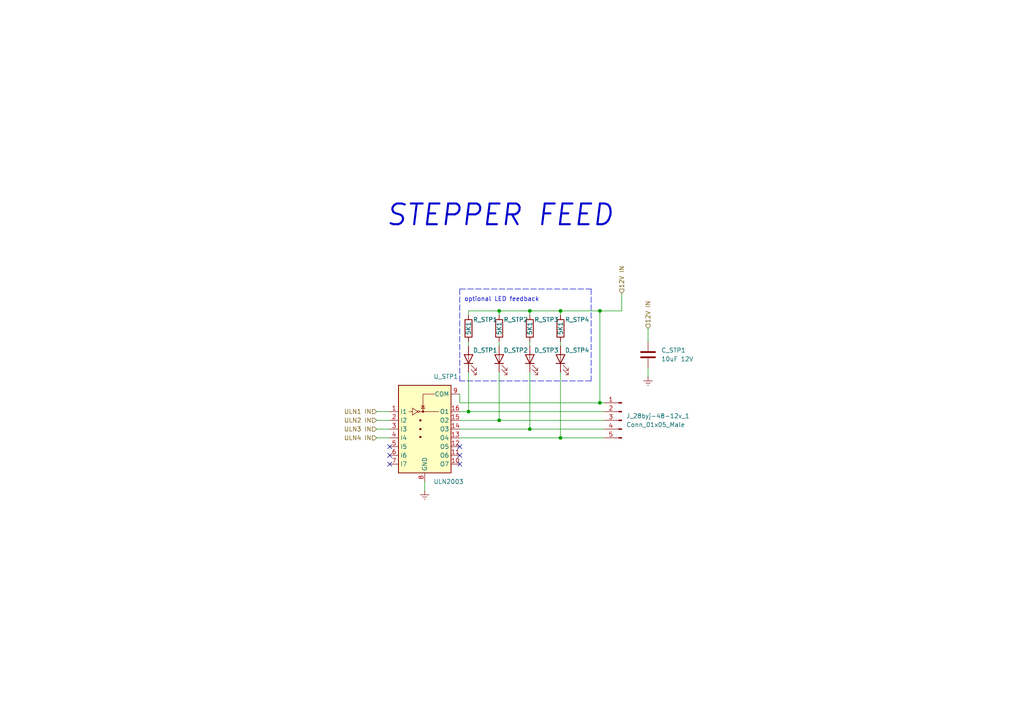
<source format=kicad_sch>
(kicad_sch (version 20211123) (generator eeschema)
  (paper "A4")
  (title_block (title "E-TKT v1.0") (date "2022-09-29") (rev "4") (company "Andrei Speridiao"))
  (lib_symbols
    (symbol "Connector:Conn_01x05_Male" (pin_names (offset 1.016) hide)
      (property "Reference" "J" (at 0 7.62 0))
      (property "Value" "Conn_01x05_Male" (at 0 -7.62 0))
      (symbol "Conn_01x05_Male_1_1"
        (polyline (pts (xy 1.27 -5.08) (xy 0.8636 -5.08)) (stroke (width 0.1524)))
        (polyline (pts (xy 1.27 -2.54) (xy 0.8636 -2.54)) (stroke (width 0.1524)))
        (polyline (pts (xy 1.27 0) (xy 0.8636 0)) (stroke (width 0.1524)))
        (polyline (pts (xy 1.27 2.54) (xy 0.8636 2.54)) (stroke (width 0.1524)))
        (polyline (pts (xy 1.27 5.08) (xy 0.8636 5.08)) (stroke (width 0.1524)))
        (rectangle (start 0.8636 -4.953) (end 0 -5.207) (stroke (width 0.1524)) (fill (type outline)))
        (rectangle (start 0.8636 -2.413) (end 0 -2.667) (stroke (width 0.1524)) (fill (type outline)))
        (rectangle (start 0.8636 0.127) (end 0 -0.127) (stroke (width 0.1524)) (fill (type outline)))
        (rectangle (start 0.8636 2.667) (end 0 2.413) (stroke (width 0.1524)) (fill (type outline)))
        (rectangle (start 0.8636 5.207) (end 0 4.953) (stroke (width 0.1524)) (fill (type outline)))
        (pin passive line (at 5.08 5.08 180) (length 3.81) (name "Pin_1") (number "1"))
        (pin passive line (at 5.08 2.54 180) (length 3.81) (name "Pin_2") (number "2"))
        (pin passive line (at 5.08 0 180) (length 3.81) (name "Pin_3") (number "3"))
        (pin passive line (at 5.08 -2.54 180) (length 3.81) (name "Pin_4") (number "4"))
        (pin passive line (at 5.08 -5.08 180) (length 3.81) (name "Pin_5") (number "5"))
      )
    )
    (symbol "Device:C" (pin_numbers hide) (pin_names (offset 0.254))
      (property "Reference" "C" (at 0.635 2.54 0))
      (property "Value" "C" (at 0.635 -2.54 0))
      (symbol "C_0_1"
        (polyline (pts (xy -2.032 -0.762) (xy 2.032 -0.762)) (stroke (width 0.508)))
        (polyline (pts (xy -2.032 0.762) (xy 2.032 0.762)) (stroke (width 0.508)))
      )
      (symbol "C_1_1"
        (pin passive line (at 0 3.81 270) (length 2.794) (name "~") (number "1"))
        (pin passive line (at 0 -3.81 90) (length 2.794) (name "~") (number "2"))
      )
    )
    (symbol "Device:LED" (pin_numbers hide) (pin_names (offset 1.016) hide)
      (property "Reference" "D" (at 0 2.54 0))
      (property "Value" "LED" (at 0 -2.54 0))
      (symbol "LED_0_1"
        (polyline (pts (xy -1.27 -1.27) (xy -1.27 1.27)) (stroke (width 0.254)))
        (polyline (pts (xy -1.27 0) (xy 1.27 0)))
        (polyline (pts (xy 1.27 -1.27) (xy 1.27 1.27) (xy -1.27 0) (xy 1.27 -1.27)) (stroke (width 0.254)))
        (polyline (pts (xy -3.048 -0.762) (xy -4.572 -2.286) (xy -3.81 -2.286) (xy -4.572 -2.286) (xy -4.572 -1.524)))
        (polyline (pts (xy -1.778 -0.762) (xy -3.302 -2.286) (xy -2.54 -2.286) (xy -3.302 -2.286) (xy -3.302 -1.524)))
      )
      (symbol "LED_1_1"
        (pin passive line (at -3.81 0 0) (length 2.54) (name "K") (number "1"))
        (pin passive line (at 3.81 0 180) (length 2.54) (name "A") (number "2"))
      )
    )
    (symbol "Device:R" (pin_numbers hide) (pin_names (offset 0))
      (property "Reference" "R" (at 2.032 0 90))
      (property "Value" "R" (at 0 0 90))
      (symbol "R_0_1"
        (rectangle (start -1.016 -2.54) (end 1.016 2.54) (stroke (width 0.254)))
      )
      (symbol "R_1_1"
        (pin passive line (at 0 3.81 270) (length 1.27) (name "~") (number "1"))
        (pin passive line (at 0 -3.81 90) (length 1.27) (name "~") (number "2"))
      )
    )
    (symbol "Transistor_Array:ULN2003"
      (property "Reference" "U" (at 0 15.875 0))
      (property "Value" "ULN2003" (at 0 13.97 0))
      (symbol "ULN2003_0_1"
        (rectangle (start -7.62 -12.7) (end 7.62 12.7) (stroke (width 0.254)) (fill (type background)))
        (circle (center -1.778 5.08) (radius 0.254))
        (circle (center -1.27 -2.286) (radius 0.254) (fill (type outline)))
        (circle (center -1.27 0) (radius 0.254) (fill (type outline)))
        (circle (center -1.27 2.54) (radius 0.254) (fill (type outline)))
        (circle (center -0.508 5.08) (radius 0.254) (fill (type outline)))
        (polyline (pts (xy -4.572 5.08) (xy -3.556 5.08)))
        (polyline (pts (xy -1.524 5.08) (xy 4.064 5.08)))
        (polyline (pts (xy 0 6.731) (xy -1.016 6.731)))
        (polyline (pts (xy -0.508 5.08) (xy -0.508 10.16) (xy 2.921 10.16)))
        (polyline (pts (xy -3.556 6.096) (xy -3.556 4.064) (xy -2.032 5.08) (xy -3.556 6.096)))
        (polyline (pts (xy 0 5.969) (xy -1.016 5.969) (xy -0.508 6.731) (xy 0 5.969)))
      )
      (symbol "ULN2003_1_1"
        (pin input line (at -10.16 5.08 0) (length 2.54) (name "I1") (number "1"))
        (pin open_collector line (at 10.16 -10.16 180) (length 2.54) (name "O7") (number "10"))
        (pin open_collector line (at 10.16 -7.62 180) (length 2.54) (name "O6") (number "11"))
        (pin open_collector line (at 10.16 -5.08 180) (length 2.54) (name "O5") (number "12"))
        (pin open_collector line (at 10.16 -2.54 180) (length 2.54) (name "O4") (number "13"))
        (pin open_collector line (at 10.16 0 180) (length 2.54) (name "O3") (number "14"))
        (pin open_collector line (at 10.16 2.54 180) (length 2.54) (name "O2") (number "15"))
        (pin open_collector line (at 10.16 5.08 180) (length 2.54) (name "O1") (number "16"))
        (pin input line (at -10.16 2.54 0) (length 2.54) (name "I2") (number "2"))
        (pin input line (at -10.16 0 0) (length 2.54) (name "I3") (number "3"))
        (pin input line (at -10.16 -2.54 0) (length 2.54) (name "I4") (number "4"))
        (pin input line (at -10.16 -5.08 0) (length 2.54) (name "I5") (number "5"))
        (pin input line (at -10.16 -7.62 0) (length 2.54) (name "I6") (number "6"))
        (pin input line (at -10.16 -10.16 0) (length 2.54) (name "I7") (number "7"))
        (pin power_in line (at 0 -15.24 90) (length 2.54) (name "GND") (number "8"))
        (pin passive line (at 10.16 10.16 180) (length 2.54) (name "COM") (number "9"))
      )
    )
    (symbol "power:GNDREF" (power) (pin_names (offset 0))
      (property "Value" "GNDREF" (at 0 -3.81 0))
      (symbol "GNDREF_0_1"
        (polyline (pts (xy -0.635 -1.905) (xy 0.635 -1.905)))
        (polyline (pts (xy -0.127 -2.54) (xy 0.127 -2.54)))
        (polyline (pts (xy 0 -1.27) (xy 0 0)))
        (polyline (pts (xy 1.27 -1.27) (xy -1.27 -1.27)))
      )
      (symbol "GNDREF_1_1"
        (pin power_in line (at 0 0 270) (length 0) hide (name "GNDREF") (number "1"))
      )
    )
  )
  (junction (at 144.78 121.92))
  (junction (at 153.67 90.17))
  (junction (at 144.78 90.17))
  (junction (at 173.99 116.84))
  (junction (at 162.56 90.17))
  (junction (at 153.67 124.46))
  (junction (at 173.99 90.17))
  (junction (at 135.89 119.38))
  (junction (at 162.56 127))
  (no_connect (at 133.35 132.08))
  (no_connect (at 113.03 134.62))
  (no_connect (at 133.35 129.54))
  (no_connect (at 113.03 132.08))
  (no_connect (at 133.35 134.62))
  (no_connect (at 113.03 129.54))
  (wire (pts (xy 133.35 119.38) (xy 135.89 119.38)))
  (wire (pts (xy 135.89 91.44) (xy 135.89 90.17)))
  (wire (pts (xy 109.22 119.38) (xy 113.03 119.38)))
  (wire (pts (xy 109.22 127) (xy 113.03 127)))
  (wire (pts (xy 153.67 90.17) (xy 162.56 90.17)))
  (wire (pts (xy 162.56 90.17) (xy 162.56 91.44)))
  (wire (pts (xy 144.78 107.95) (xy 144.78 121.92)))
  (wire (pts (xy 153.67 124.46) (xy 153.67 107.95)))
  (wire (pts (xy 144.78 90.17) (xy 144.78 91.44)))
  (wire (pts (xy 133.35 116.84) (xy 173.99 116.84)))
  (wire (pts (xy 187.96 109.22) (xy 187.96 106.68)))
  (wire (pts (xy 153.67 124.46) (xy 175.26 124.46)))
  (wire (pts (xy 135.89 99.06) (xy 135.89 100.33)))
  (wire (pts (xy 109.22 121.92) (xy 113.03 121.92)))
  (wire (pts (xy 135.89 90.17) (xy 144.78 90.17)))
  (wire (pts (xy 133.35 121.92) (xy 144.78 121.92)))
  (wire (pts (xy 109.22 124.46) (xy 113.03 124.46)))
  (wire (pts (xy 135.89 119.38) (xy 135.89 107.95)))
  (wire (pts (xy 162.56 99.06) (xy 162.56 100.33)))
  (wire (pts (xy 135.89 119.38) (xy 175.26 119.38)))
  (wire (pts (xy 144.78 99.06) (xy 144.78 100.33)))
  (wire (pts (xy 133.35 114.3) (xy 133.35 116.84)))
  (wire (pts (xy 162.56 127) (xy 162.56 107.95)))
  (wire (pts (xy 153.67 90.17) (xy 153.67 91.44)))
  (polyline (pts (xy 133.35 83.82) (xy 171.45 83.82)))
  (wire (pts (xy 133.35 124.46) (xy 153.67 124.46)))
  (wire (pts (xy 162.56 90.17) (xy 173.99 90.17)))
  (wire (pts (xy 173.99 90.17) (xy 173.99 116.84)))
  (wire (pts (xy 180.34 90.17) (xy 173.99 90.17)))
  (wire (pts (xy 162.56 127) (xy 175.26 127)))
  (wire (pts (xy 144.78 121.92) (xy 175.26 121.92)))
  (wire (pts (xy 173.99 116.84) (xy 175.26 116.84)))
  (polyline (pts (xy 171.45 110.49) (xy 133.35 110.49)))
  (wire (pts (xy 123.19 139.7) (xy 123.19 142.24)))
  (wire (pts (xy 153.67 99.06) (xy 153.67 100.33)))
  (polyline (pts (xy 171.45 83.82) (xy 171.45 110.49)))
  (wire (pts (xy 144.78 90.17) (xy 153.67 90.17)))
  (wire (pts (xy 133.35 127) (xy 162.56 127)))
  (wire (pts (xy 187.96 95.25) (xy 187.96 99.06)))
  (polyline (pts (xy 133.35 83.82) (xy 133.35 110.49)))
  (wire (pts (xy 180.34 85.09) (xy 180.34 90.17)))
  (text "optional LED feedback" (at 134.62 87.63 0) (effects (font (size 1.27 1.27)) (justify left bottom)))
  (text "STEPPER FEED" (at 111.76 66.04 0) (effects (font (size 6 6) (thickness 0.6) bold italic) (justify left bottom)))
  (hierarchical_label "ULN1 IN" (shape input) (at 109.22 119.38 180))
  (hierarchical_label "12V IN" (shape input) (at 180.34 85.09 90))
  (hierarchical_label "ULN3 IN" (shape input) (at 109.22 124.46 180))
  (hierarchical_label "ULN2 IN" (shape input) (at 109.22 121.92 180))
  (hierarchical_label "ULN4 IN" (shape input) (at 109.22 127 180))
  (hierarchical_label "12V IN" (shape input) (at 187.96 95.25 90))
  (symbol (lib_id "Device:LED") (at 162.56 104.14 90) (unit 1)
    (property "Reference" "D_STP4" (at 163.83 101.6 90) (effects (justify right)))
    (property "Value" "LED white" (effects hide))
    (property "Footprint" "LED_SMD:LED_0603_1608Metric_Pad1.05x0.95mm_HandSolder" (effects hide))
    (property "Datasheet" "https://br.mouser.com/datasheet/2/348/smld12-e-1874545.pdf" (effects hide))
    (property "#" "SMLD12WBN1W1" (effects hide))
    (property "Description" "LED output" (effects hide))
    (property "Group" "28BYJ-48 12V" (effects hide))
    (property "Mouser" "OK" (effects hide))
  )
  (symbol (lib_id "power:GNDREF") (at 187.96 109.22 0) (unit 1)
    (property "Reference" "#PWR0169" (effects hide))
    (property "Value" "GNDREF" (effects hide))
  )
  (symbol (lib_id "power:GNDREF") (at 123.19 142.24 0) (unit 1)
    (property "Reference" "#PWR0115" (effects hide))
    (property "Value" "GNDREF" (effects hide))
  )
  (symbol (lib_id "Device:R") (at 153.67 95.25 0) (unit 1)
    (property "Reference" "R_STP3" (at 154.94 92.7099 0) (effects (justify left)))
    (property "Value" "5K1" (at 153.67 95.25 90))
    (property "Footprint" "Resistor_SMD:R_0603_1608Metric_Pad0.98x0.95mm_HandSolder" (effects hide))
    (property "Datasheet" "https://br.mouser.com/datasheet/2/54/cr-1858361.pdf" (effects hide))
    (property "#" "ERJ-3EKF5101V" (effects hide))
    (property "Description" "LED resistor" (effects hide))
    (property "Group" "28BYJ-48 12V" (effects hide))
    (property "Obs" "wes" (effects hide))
    (property "Mouser" "OK" (effects hide))
  )
  (symbol (lib_id "Device:LED") (at 144.78 104.14 90) (unit 1)
    (property "Reference" "D_STP2" (at 146.05 101.6 90) (effects (justify right)))
    (property "Value" "LED white" (effects hide))
    (property "Footprint" "LED_SMD:LED_0603_1608Metric_Pad1.05x0.95mm_HandSolder" (effects hide))
    (property "Datasheet" "https://br.mouser.com/datasheet/2/348/smld12-e-1874545.pdf" (effects hide))
    (property "#" "SMLD12WBN1W1" (effects hide))
    (property "Description" "LED output" (effects hide))
    (property "Group" "28BYJ-48 12V" (effects hide))
    (property "Mouser" "OK" (effects hide))
  )
  (symbol (lib_id "Device:R") (at 162.56 95.25 0) (unit 1)
    (property "Reference" "R_STP4" (at 163.83 92.7099 0) (effects (justify left)))
    (property "Value" "5K1" (at 162.56 95.25 90))
    (property "Footprint" "Resistor_SMD:R_0603_1608Metric_Pad0.98x0.95mm_HandSolder" (effects hide))
    (property "Datasheet" "https://br.mouser.com/datasheet/2/54/cr-1858361.pdf" (effects hide))
    (property "#" "ERJ-3EKF5101V" (effects hide))
    (property "Description" "LED resistor" (effects hide))
    (property "Group" "28BYJ-48 12V" (effects hide))
    (property "Obs" "wes" (effects hide))
    (property "Mouser" "OK" (effects hide))
  )
  (symbol (lib_id "Device:LED") (at 153.67 104.14 90) (unit 1)
    (property "Reference" "D_STP3" (at 154.94 101.6 90) (effects (justify right)))
    (property "Value" "LED white" (effects hide))
    (property "Footprint" "LED_SMD:LED_0603_1608Metric_Pad1.05x0.95mm_HandSolder" (effects hide))
    (property "Datasheet" "https://br.mouser.com/datasheet/2/348/smld12-e-1874545.pdf" (effects hide))
    (property "#" "SMLD12WBN1W1" (effects hide))
    (property "Description" "LED output" (effects hide))
    (property "Group" "28BYJ-48 12V" (effects hide))
    (property "Mouser" "OK" (effects hide))
  )
  (symbol (lib_id "Device:R") (at 135.89 95.25 0) (unit 1)
    (property "Reference" "R_STP1" (at 137.16 92.71 0) (effects (justify left)))
    (property "Value" "5K1" (at 135.89 95.25 90))
    (property "Footprint" "Resistor_SMD:R_0603_1608Metric_Pad0.98x0.95mm_HandSolder" (effects hide))
    (property "Datasheet" "https://br.mouser.com/datasheet/2/54/cr-1858361.pdf" (effects hide))
    (property "#" "ERJ-3EKF5101V" (effects hide))
    (property "Description" "LED resistor" (effects hide))
    (property "Group" "28BYJ-48 12V" (effects hide))
    (property "Obs" "wes" (effects hide))
    (property "Mouser" "OK" (effects hide))
  )
  (symbol (lib_id "Connector:Conn_01x05_Male") (at 180.34 121.92 0) (mirror y) (unit 1)
    (property "Reference" "J_28byj-48-12v_1" (at 181.61 120.6499 0) (effects (justify right)))
    (property "Value" "Conn_01x05_Male" (at 181.61 123.1899 0) (effects (justify right)))
    (property "Footprint" "Connector_PinHeader_2.54mm:PinHeader_1x05_P2.54mm_Vertical" (effects hide))
    (property "Datasheet" "https://br.mouser.com/datasheet/2/181/M20-999-1218971.pdf" (effects hide))
    (property "#" "M20-9990546" (effects hide))
    (property "Description" "Header" (effects hide))
    (property "Group" "28BYJ-48 12V" (effects hide))
    (property "Mouser" "OK" (effects hide))
  )
  (symbol (lib_id "Device:R") (at 144.78 95.25 0) (unit 1)
    (property "Reference" "R_STP2" (at 146.05 92.71 0) (effects (justify left)))
    (property "Value" "5K1" (at 144.78 95.25 90))
    (property "Footprint" "Resistor_SMD:R_0603_1608Metric_Pad0.98x0.95mm_HandSolder" (effects hide))
    (property "Datasheet" "https://br.mouser.com/datasheet/2/54/cr-1858361.pdf" (effects hide))
    (property "#" "ERJ-3EKF5101V" (effects hide))
    (property "Description" "LED resistor" (effects hide))
    (property "Group" "28BYJ-48 12V" (effects hide))
    (property "Obs" "wes" (effects hide))
    (property "Mouser" "OK" (effects hide))
  )
  (symbol (lib_id "Transistor_Array:ULN2003") (at 123.19 124.46 0) (unit 1)
    (property "Reference" "U_STP1" (at 125.73 109.22 0) (effects (justify left)))
    (property "Value" "ULN2003" (at 125.73 139.7 0) (effects (justify left)))
    (property "Footprint" "Package_SO:SOIC-16_3.9x9.9mm_P1.27mm" (effects hide))
    (property "Datasheet" "https://www.ti.com/general/docs/suppproductinfo.tsp?distId=26&gotoUrl=https://www.ti.com/lit/gpn/uln2003a" (effects hide))
    (property "#" "ULN2003ADRE4" (effects hide))
    (property "Description" "Driver" (effects hide))
    (property "Group" "28BYJ-48 12V" (effects hide))
    (property "Mouser" "OK" (effects hide))
  )
  (symbol (lib_id "Device:C") (at 187.96 102.87 180) (unit 1)
    (property "Reference" "C_STP1" (at 191.77 101.6 0) (effects (justify right)))
    (property "Value" "10uF 12V" (at 191.77 104.14 0) (effects (justify right)))
    (property "Footprint" "Capacitor_SMD:C_0603_1608Metric_Pad1.08x0.95mm_HandSolder" (effects hide))
    (property "Datasheet" "https://product.tdk.com/system/files/dam/doc/product/capacitor/ceramic/mlcc/catalog/mlcc_commercial_general_en.pdf?ref_disty=mouser" (effects hide))
    (property "#" "GRM188Z71A106KA73D" (effects hide))
    (property "Description" "Decouple" (effects hide))
    (property "Group" "28BYJ-48 12V" (effects hide))
    (property "Obs" "wes" (effects hide))
    (property "Mouser" "OK" (effects hide))
  )
  (symbol (lib_id "Device:LED") (at 135.89 104.14 90) (unit 1)
    (property "Reference" "D_STP1" (at 137.16 101.6 90) (effects (justify right)))
    (property "Value" "LED white" (effects hide))
    (property "Footprint" "LED_SMD:LED_0603_1608Metric_Pad1.05x0.95mm_HandSolder" (effects hide))
    (property "Datasheet" "https://br.mouser.com/datasheet/2/348/smld12-e-1874545.pdf" (effects hide))
    (property "#" "SMLD12WBN1W1" (effects hide))
    (property "Description" "LED output" (effects hide))
    (property "Group" "28BYJ-48 12V" (effects hide))
    (property "Mouser" "OK" (effects hide))
  )
)
</source>
